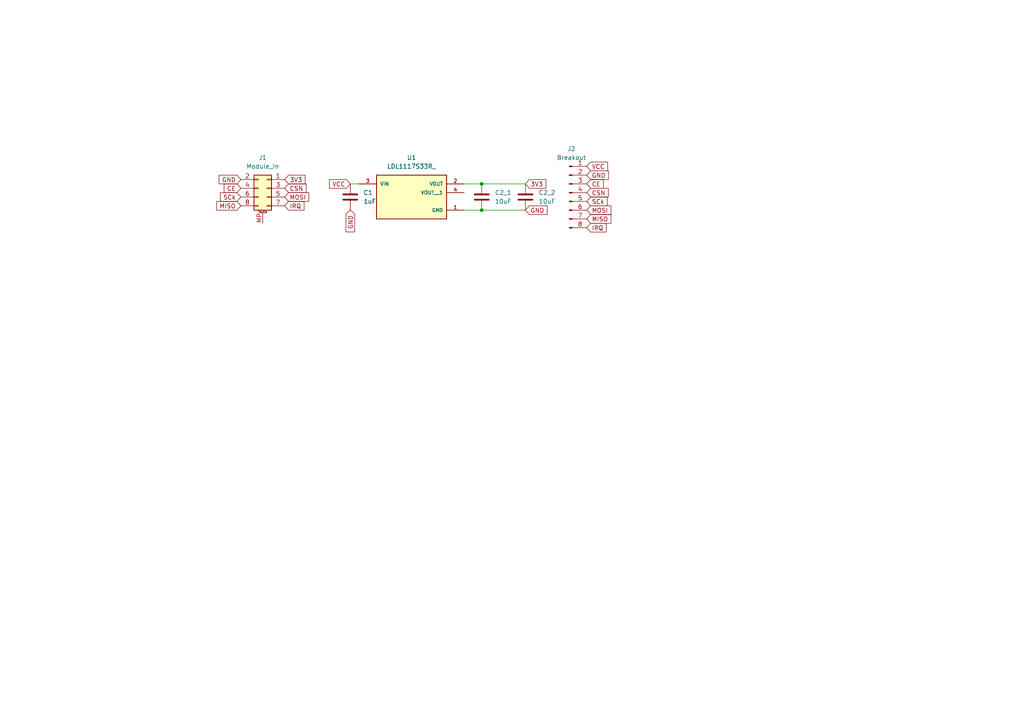
<source format=kicad_sch>
(kicad_sch (version 20250114) (generator "eeschema") (generator_version "9.0")
  (paper "A4")
  (lib_symbols
    (symbol "Connector:Conn_01x08_Pin" (pin_names (offset 1.016) (hide yes))
      (property "Reference" "J" (at 0 10.16 0))
      (property "Value" "Conn_01x08_Pin" (at 0 -12.7 0))
      (symbol "Conn_01x08_Pin_1_1"
        (rectangle (start 0.8636 7.747) (end 0 7.493) (stroke (width 0.1524)) (fill (type outline)))
        (rectangle (start 0.8636 5.207) (end 0 4.953) (stroke (width 0.1524)) (fill (type outline)))
        (rectangle (start 0.8636 2.667) (end 0 2.413) (stroke (width 0.1524)) (fill (type outline)))
        (rectangle (start 0.8636 0.127) (end 0 -0.127) (stroke (width 0.1524)) (fill (type outline)))
        (rectangle (start 0.8636 -2.413) (end 0 -2.667) (stroke (width 0.1524)) (fill (type outline)))
        (rectangle (start 0.8636 -4.953) (end 0 -5.207) (stroke (width 0.1524)) (fill (type outline)))
        (rectangle (start 0.8636 -7.493) (end 0 -7.747) (stroke (width 0.1524)) (fill (type outline)))
        (rectangle (start 0.8636 -10.033) (end 0 -10.287) (stroke (width 0.1524)) (fill (type outline)))
        (polyline (pts (xy 1.27 7.62) (xy 0.8636 7.62)) (stroke (width 0.1524)))
        (polyline (pts (xy 1.27 5.08) (xy 0.8636 5.08)) (stroke (width 0.1524)))
        (polyline (pts (xy 1.27 2.54) (xy 0.8636 2.54)) (stroke (width 0.1524)))
        (polyline (pts (xy 1.27 0) (xy 0.8636 0)) (stroke (width 0.1524)))
        (polyline (pts (xy 1.27 -2.54) (xy 0.8636 -2.54)) (stroke (width 0.1524)))
        (polyline (pts (xy 1.27 -5.08) (xy 0.8636 -5.08)) (stroke (width 0.1524)))
        (polyline (pts (xy 1.27 -7.62) (xy 0.8636 -7.62)) (stroke (width 0.1524)))
        (polyline (pts (xy 1.27 -10.16) (xy 0.8636 -10.16)) (stroke (width 0.1524)))
        (pin passive line (at 5.08 7.62 180) (length 3.81) (name "Pin_1") (number "1"))
        (pin passive line (at 5.08 5.08 180) (length 3.81) (name "Pin_2") (number "2"))
        (pin passive line (at 5.08 2.54 180) (length 3.81) (name "Pin_3") (number "3"))
        (pin passive line (at 5.08 0 180) (length 3.81) (name "Pin_4") (number "4"))
        (pin passive line (at 5.08 -2.54 180) (length 3.81) (name "Pin_5") (number "5"))
        (pin passive line (at 5.08 -5.08 180) (length 3.81) (name "Pin_6") (number "6"))
        (pin passive line (at 5.08 -7.62 180) (length 3.81) (name "Pin_7") (number "7"))
        (pin passive line (at 5.08 -10.16 180) (length 3.81) (name "Pin_8") (number "8"))
      )
    )
    (symbol "Connector_Generic_MountingPin:Conn_02x04_Odd_Even_MountingPin" (pin_names (offset 1.016) (hide yes))
      (property "Reference" "J" (at 1.27 5.08 0))
      (property "Value" "Conn_02x04_Odd_Even_MountingPin" (at 2.54 -7.62 0))
      (symbol "Conn_02x04_Odd_Even_MountingPin_1_1"
        (rectangle (start -1.27 3.81) (end 3.81 -6.35) (stroke (width 0.254)) (fill (type background)))
        (rectangle (start -1.27 2.667) (end 0 2.413) (stroke (width 0.1524)))
        (rectangle (start -1.27 0.127) (end 0 -0.127) (stroke (width 0.1524)))
        (rectangle (start -1.27 -2.413) (end 0 -2.667) (stroke (width 0.1524)))
        (rectangle (start -1.27 -4.953) (end 0 -5.207) (stroke (width 0.1524)))
        (polyline (pts (xy 0.254 -7.112) (xy 2.286 -7.112)) (stroke (width 0.1524)))
        (rectangle (start 3.81 2.667) (end 2.54 2.413) (stroke (width 0.1524)))
        (rectangle (start 3.81 0.127) (end 2.54 -0.127) (stroke (width 0.1524)))
        (rectangle (start 3.81 -2.413) (end 2.54 -2.667) (stroke (width 0.1524)))
        (rectangle (start 3.81 -4.953) (end 2.54 -5.207) (stroke (width 0.1524)))
        (text "Mounting" (at 1.27 -6.731 0) (effects (font (size 0.381 0.381))))
        (pin passive line (at -5.08 2.54 0) (length 3.81) (name "Pin_1") (number "1"))
        (pin passive line (at -5.08 0 0) (length 3.81) (name "Pin_3") (number "3"))
        (pin passive line (at -5.08 -2.54 0) (length 3.81) (name "Pin_5") (number "5"))
        (pin passive line (at -5.08 -5.08 0) (length 3.81) (name "Pin_7") (number "7"))
        (pin passive line (at 1.27 -10.16 90) (length 3.048) (name "MountPin") (number "MP"))
        (pin passive line (at 7.62 2.54 180) (length 3.81) (name "Pin_2") (number "2"))
        (pin passive line (at 7.62 0 180) (length 3.81) (name "Pin_4") (number "4"))
        (pin passive line (at 7.62 -2.54 180) (length 3.81) (name "Pin_6") (number "6"))
        (pin passive line (at 7.62 -5.08 180) (length 3.81) (name "Pin_8") (number "8"))
      )
    )
    (symbol "Device:C" (pin_numbers (hide yes)) (pin_names (offset 0.254))
      (property "Reference" "C" (at 0.635 2.54 0))
      (property "Value" "C" (at 0.635 -2.54 0))
      (symbol "C_0_1"
        (polyline (pts (xy -2.032 0.762) (xy 2.032 0.762)) (stroke (width 0.508)))
        (polyline (pts (xy -2.032 -0.762) (xy 2.032 -0.762)) (stroke (width 0.508)))
      )
      (symbol "C_1_1"
        (pin passive line (at 0 3.81 270) (length 2.794) (name "~") (number "1"))
        (pin passive line (at 0 -3.81 90) (length 2.794) (name "~") (number "2"))
      )
    )
    (symbol "LDL1117S50R_:LDL1117S50R_" (pin_names (offset 1.016))
      (property "Reference" "U" (at -10.16 7.62 0))
      (property "Value" "LDL1117S50R_" (at -10.16 -12.7 0))
      (symbol "LDL1117S50R__0_0"
        (rectangle (start -10.16 -7.62) (end 10.16 5.08) (stroke (width 0.254)) (fill (type background)))
        (pin input line (at -15.24 2.54 0) (length 5.08) (name "VIN") (number "3"))
        (pin output line (at 15.24 2.54 180) (length 5.08) (name "VOUT") (number "2"))
        (pin output line (at 15.24 0 180) (length 5.08) (name "VOUT__1") (number "4"))
        (pin power_in line (at 15.24 -5.08 180) (length 5.08) (name "GND") (number "1"))
      )
    )
  )
  (junction (at 139.7 60.96))
  (junction (at 139.7 53.34))
  (wire (pts (xy 139.7 60.96) (xy 134.62 60.96)))
  (wire (pts (xy 101.6 53.34) (xy 104.14 53.34)))
  (wire (pts (xy 152.4 60.96) (xy 139.7 60.96)))
  (wire (pts (xy 152.4 53.34) (xy 139.7 53.34)))
  (wire (pts (xy 139.7 53.34) (xy 134.62 53.34)))
  (global_label "MOSI" (shape input) (at 82.55 57.15 0) (property "Intersheetrefs" "${INTERSHEET_REFS}" (effects (hide yes))))
  (global_label "MISO" (shape input) (at 69.85 59.69 180) (property "Intersheetrefs" "${INTERSHEET_REFS}" (effects (hide yes))))
  (global_label "MOSI" (shape input) (at 170.18 60.96 0) (property "Intersheetrefs" "${INTERSHEET_REFS}" (effects (hide yes))))
  (global_label "IRQ" (shape input) (at 170.18 66.04 0) (property "Intersheetrefs" "${INTERSHEET_REFS}" (effects (hide yes))))
  (global_label "GND" (shape input) (at 69.85 52.07 180) (property "Intersheetrefs" "${INTERSHEET_REFS}" (effects (hide yes))))
  (global_label "3V3" (shape input) (at 82.55 52.07 0) (property "Intersheetrefs" "${INTERSHEET_REFS}" (effects (hide yes))))
  (global_label "3V3" (shape input) (at 152.4 53.34 0) (property "Intersheetrefs" "${INTERSHEET_REFS}" (effects (hide yes))))
  (global_label "GND" (shape input) (at 170.18 50.8 0) (property "Intersheetrefs" "${INTERSHEET_REFS}" (effects (hide yes))))
  (global_label "VCC" (shape input) (at 170.18 48.26 0) (property "Intersheetrefs" "${INTERSHEET_REFS}" (effects (hide yes))))
  (global_label "CSN" (shape input) (at 170.18 55.88 0) (property "Intersheetrefs" "${INTERSHEET_REFS}" (effects (hide yes))))
  (global_label "CE" (shape input) (at 69.85 54.61 180) (property "Intersheetrefs" "${INTERSHEET_REFS}" (effects (hide yes))))
  (global_label "CSN" (shape input) (at 82.55 54.61 0) (property "Intersheetrefs" "${INTERSHEET_REFS}" (effects (hide yes))))
  (global_label "SCk" (shape input) (at 170.18 58.42 0) (property "Intersheetrefs" "${INTERSHEET_REFS}" (effects (hide yes))))
  (global_label "MISO" (shape input) (at 170.18 63.5 0) (property "Intersheetrefs" "${INTERSHEET_REFS}" (effects (hide yes))))
  (global_label "VCC" (shape input) (at 101.6 53.34 180) (property "Intersheetrefs" "${INTERSHEET_REFS}" (effects (hide yes))))
  (global_label "CE" (shape input) (at 170.18 53.34 0) (property "Intersheetrefs" "${INTERSHEET_REFS}" (effects (hide yes))))
  (global_label "GND" (shape input) (at 101.6 60.96 270) (property "Intersheetrefs" "${INTERSHEET_REFS}" (effects (hide yes))))
  (global_label "SCk" (shape input) (at 69.85 57.15 180) (property "Intersheetrefs" "${INTERSHEET_REFS}" (effects (hide yes))))
  (global_label "IRQ" (shape input) (at 82.55 59.69 0) (property "Intersheetrefs" "${INTERSHEET_REFS}" (effects (hide yes))))
  (global_label "GND" (shape input) (at 152.4 60.96 0) (property "Intersheetrefs" "${INTERSHEET_REFS}" (effects (hide yes))))
  (symbol (lib_id "Connector_Generic_MountingPin:Conn_02x04_Odd_Even_MountingPin") (at 77.47 54.61 0) (mirror y) (unit 1)
    (property "Reference" "J1" (at 76.2 45.72 0))
    (property "Value" "Module_In" (at 76.2 48.26 0))
    (property "Footprint" "Connector_PinSocket_2.54mm:PinSocket_2x04_P2.54mm_Vertical" (effects (hide yes)))
    (property "Description" "Generic connectable mounting pin connector, double row, 02x04, odd/even pin numbering scheme (row 1 odd numbers, row 2 even numbers), script generated (kicad-library-utils/schlib/autogen/connector/)" (effects (hide yes)))
  )
  (symbol (lib_id "Device:C") (at 139.7 57.15 0) (unit 1)
    (property "Reference" "C2_1" (at 143.51 55.8799 0) (effects (justify left)))
    (property "Value" "10uF" (at 143.51 58.4199 0) (effects (justify left)))
    (property "Footprint" "Capacitor_THT:CP_Radial_D5.0mm_P2.00mm" (effects (hide yes)))
    (property "Description" "Unpolarized capacitor" (effects (hide yes)))
  )
  (symbol (lib_id "Device:C") (at 152.4 57.15 0) (unit 1) (in_bom no)
    (property "Reference" "C2_2" (at 156.21 55.8799 0) (effects (justify left)))
    (property "Value" "10uF" (at 156.21 58.4199 0) (effects (justify left)))
    (property "Footprint" "Capacitor_SMD:C_1206_3216Metric_Pad1.33x1.80mm_HandSolder" (effects (hide yes)))
    (property "Description" "Unpolarized capacitor" (effects (hide yes)))
  )
  (symbol (lib_id "Connector:Conn_01x08_Pin") (at 165.1 55.88 0) (unit 1)
    (property "Reference" "J2" (at 165.735 43.18 0))
    (property "Value" "Breakout" (at 165.735 45.72 0))
    (property "Footprint" "Connector_PinHeader_2.54mm:PinHeader_1x08_P2.54mm_Vertical" (effects (hide yes)))
    (property "Description" "Generic connector, single row, 01x08, script generated" (effects (hide yes)))
  )
  (symbol (lib_id "LDL1117S50R_:LDL1117S50R_") (at 119.38 55.88 0) (unit 1)
    (property "Reference" "U1" (at 119.38 45.72 0))
    (property "Value" "LDL1117S33R_" (at 119.38 48.26 0))
    (property "Footprint" "KiCad Models:LDL1117S50R_" (effects (hide yes)))
    (property "PARTREV" "7" (effects (hide yes)))
    (property "MANUFACTURER" "STMicroelectronics" (effects (hide yes)))
    (property "SNAPEDA_PN" "LDL1117S50R" (effects (hide yes)))
    (property "MAXIMUM_PACKAGE_HEIGHT" "1.8 mm" (effects (hide yes)))
    (property "STANDARD" "IPC 7351B" (effects (hide yes)))
  )
  (symbol (lib_id "Device:C") (at 101.6 57.15 180) (unit 1)
    (property "Reference" "C1" (at 105.41 55.8799 0) (effects (justify right)))
    (property "Value" "1uF" (at 105.41 58.4199 0) (effects (justify right)))
    (property "Footprint" "Capacitor_SMD:C_1206_3216Metric_Pad1.33x1.80mm_HandSolder" (effects (hide yes)))
    (property "Description" "Unpolarized capacitor" (effects (hide yes)))
  )
)
</source>
